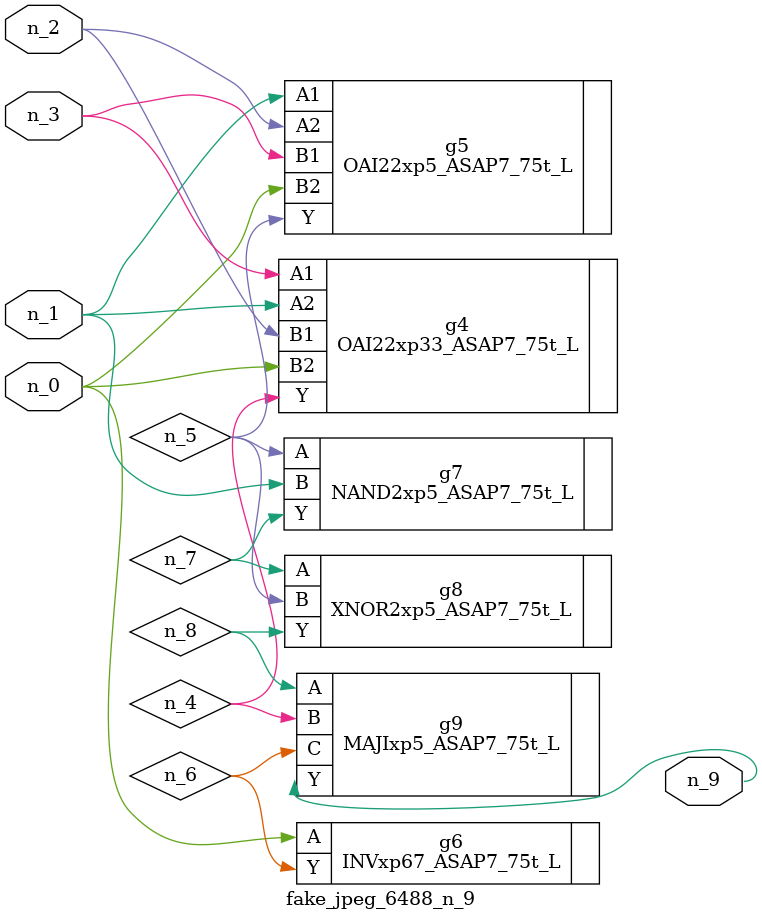
<source format=v>
module fake_jpeg_6488_n_9 (n_0, n_3, n_2, n_1, n_9);

input n_0;
input n_3;
input n_2;
input n_1;

output n_9;

wire n_4;
wire n_8;
wire n_6;
wire n_5;
wire n_7;

OAI22xp33_ASAP7_75t_L g4 ( 
.A1(n_3),
.A2(n_1),
.B1(n_2),
.B2(n_0),
.Y(n_4)
);

OAI22xp5_ASAP7_75t_L g5 ( 
.A1(n_1),
.A2(n_2),
.B1(n_3),
.B2(n_0),
.Y(n_5)
);

INVxp67_ASAP7_75t_L g6 ( 
.A(n_0),
.Y(n_6)
);

NAND2xp5_ASAP7_75t_L g7 ( 
.A(n_5),
.B(n_1),
.Y(n_7)
);

XNOR2xp5_ASAP7_75t_L g8 ( 
.A(n_7),
.B(n_5),
.Y(n_8)
);

MAJIxp5_ASAP7_75t_L g9 ( 
.A(n_8),
.B(n_4),
.C(n_6),
.Y(n_9)
);


endmodule
</source>
